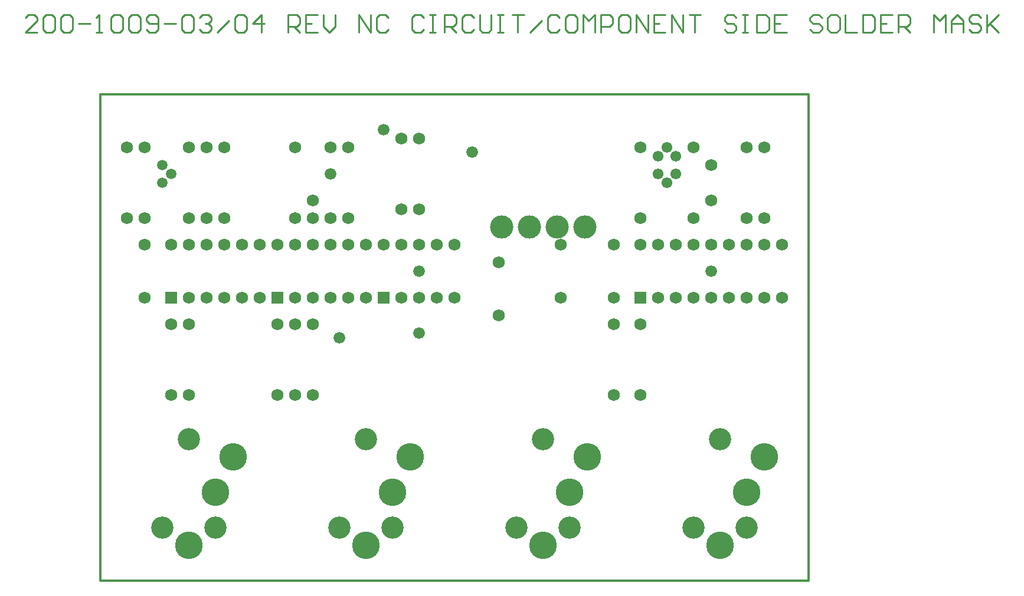
<source format=gbs>
*%FSLAX23Y23*%
*%MOIN*%
G01*
%ADD11C,0.007*%
%ADD12C,0.008*%
%ADD13C,0.010*%
%ADD14C,0.012*%
%ADD15C,0.020*%
%ADD16C,0.032*%
%ADD17C,0.036*%
%ADD18C,0.050*%
%ADD19C,0.052*%
%ADD20C,0.055*%
%ADD21C,0.056*%
%ADD22C,0.059*%
%ADD23C,0.060*%
%ADD24C,0.061*%
%ADD25C,0.062*%
%ADD26C,0.066*%
%ADD27C,0.068*%
%ADD28C,0.070*%
%ADD29C,0.080*%
%ADD30C,0.090*%
%ADD31C,0.095*%
%ADD32C,0.115*%
%ADD33C,0.120*%
%ADD34C,0.125*%
%ADD35C,0.126*%
%ADD36C,0.131*%
%ADD37C,0.150*%
%ADD38C,0.156*%
%ADD39R,0.062X0.062*%
%ADD40R,0.068X0.068*%
D13*
X7251Y9627D02*
X7318D01*
X7251D02*
X7318Y9694D01*
Y9710D01*
X7301Y9727D01*
X7268D01*
X7251Y9710D01*
X7351D02*
X7368Y9727D01*
X7401D01*
X7418Y9710D01*
Y9644D01*
X7401Y9627D01*
X7368D01*
X7351Y9644D01*
Y9710D01*
X7451D02*
X7468Y9727D01*
X7501D01*
X7518Y9710D01*
Y9644D01*
X7501Y9627D01*
X7468D01*
X7451Y9644D01*
Y9710D01*
X7551Y9677D02*
X7618D01*
X7651Y9627D02*
X7684D01*
X7668D01*
Y9727D01*
X7669D01*
X7668D02*
X7651Y9710D01*
X7734D02*
X7751Y9727D01*
X7784D01*
X7801Y9710D01*
Y9644D01*
X7784Y9627D01*
X7751D01*
X7734Y9644D01*
Y9710D01*
X7834D02*
X7851Y9727D01*
X7884D01*
X7901Y9710D01*
Y9644D01*
X7884Y9627D01*
X7851D01*
X7834Y9644D01*
Y9710D01*
X7934Y9644D02*
X7951Y9627D01*
X7984D01*
X8001Y9644D01*
Y9710D01*
X7984Y9727D01*
X7951D01*
X7934Y9710D01*
Y9694D01*
X7951Y9677D01*
X8001D01*
X8034D02*
X8101D01*
X8134Y9710D02*
X8151Y9727D01*
X8184D01*
X8201Y9710D01*
Y9644D01*
X8184Y9627D01*
X8151D01*
X8134Y9644D01*
Y9710D01*
X8234D02*
X8251Y9727D01*
X8284D01*
X8301Y9710D01*
Y9694D01*
X8302D01*
X8301D02*
X8302D01*
X8301D02*
X8302D01*
X8301D02*
X8284Y9677D01*
X8267D01*
X8284D01*
X8301Y9660D01*
Y9644D01*
X8284Y9627D01*
X8251D01*
X8234Y9644D01*
X8334Y9627D02*
X8401Y9694D01*
X8434Y9710D02*
X8451Y9727D01*
X8484D01*
X8501Y9710D01*
Y9644D01*
X8484Y9627D01*
X8451D01*
X8434Y9644D01*
Y9710D01*
X8584Y9727D02*
Y9627D01*
X8534Y9677D02*
X8584Y9727D01*
X8601Y9677D02*
X8534D01*
X8734Y9627D02*
Y9727D01*
X8784D01*
X8800Y9710D01*
Y9677D01*
X8784Y9660D01*
X8734D01*
X8767D02*
X8800Y9627D01*
X8834Y9727D02*
X8900D01*
X8834D02*
Y9627D01*
X8900D01*
X8867Y9677D02*
X8834D01*
X8934Y9660D02*
Y9727D01*
Y9660D02*
X8967Y9627D01*
X9000Y9660D01*
Y9727D01*
X9134D02*
Y9627D01*
X9200D02*
X9134Y9727D01*
X9200D02*
Y9627D01*
X9300Y9710D02*
X9284Y9727D01*
X9250D01*
X9234Y9710D01*
Y9644D01*
X9250Y9627D01*
X9284D01*
X9300Y9644D01*
X9484Y9727D02*
X9500Y9710D01*
X9484Y9727D02*
X9450D01*
X9434Y9710D01*
Y9644D01*
X9450Y9627D01*
X9484D01*
X9500Y9644D01*
X9534Y9727D02*
X9567D01*
X9550D01*
Y9627D01*
X9534D01*
X9567D01*
X9617D02*
Y9727D01*
X9667D01*
X9684Y9710D01*
Y9677D01*
X9667Y9660D01*
X9617D01*
X9650D02*
X9684Y9627D01*
X9784Y9710D02*
X9767Y9727D01*
X9734D01*
X9717Y9710D01*
Y9644D01*
X9734Y9627D01*
X9767D01*
X9784Y9644D01*
X9817D02*
Y9727D01*
Y9644D02*
X9833Y9627D01*
X9867D01*
X9883Y9644D01*
Y9727D01*
X9917D02*
X9950D01*
X9933D01*
Y9627D01*
X9917D01*
X9950D01*
X10000Y9727D02*
X10067D01*
X10033D01*
Y9627D01*
X10100D02*
X10167Y9694D01*
X10250Y9727D02*
X10267Y9710D01*
X10250Y9727D02*
X10217D01*
X10200Y9710D01*
Y9644D01*
X10217Y9627D01*
X10250D01*
X10267Y9644D01*
X10317Y9727D02*
X10350D01*
X10317D02*
X10300Y9710D01*
Y9644D01*
X10317Y9627D01*
X10350D01*
X10367Y9644D01*
Y9710D01*
X10350Y9727D01*
X10400D02*
Y9627D01*
X10433Y9694D02*
X10400Y9727D01*
X10433Y9694D02*
X10467Y9727D01*
Y9627D01*
X10500D02*
Y9727D01*
X10550D01*
X10567Y9710D01*
Y9677D01*
X10550Y9660D01*
X10500D01*
X10617Y9727D02*
X10650D01*
X10617D02*
X10600Y9710D01*
Y9644D01*
X10617Y9627D01*
X10650D01*
X10667Y9644D01*
Y9710D01*
X10650Y9727D01*
X10700D02*
Y9627D01*
X10767D02*
X10700Y9727D01*
X10767D02*
Y9627D01*
X10800Y9727D02*
X10866D01*
X10800D02*
Y9627D01*
X10866D01*
X10833Y9677D02*
X10800D01*
X10900Y9627D02*
Y9727D01*
X10966Y9627D01*
Y9727D01*
X11000D02*
X11066D01*
X11033D01*
Y9627D01*
X11250Y9727D02*
X11266Y9710D01*
X11250Y9727D02*
X11216D01*
X11200Y9710D01*
Y9694D01*
X11216Y9677D01*
X11250D01*
X11266Y9660D01*
Y9644D01*
X11250Y9627D01*
X11216D01*
X11200Y9644D01*
X11300Y9727D02*
X11333D01*
X11316D01*
Y9627D01*
X11300D01*
X11333D01*
X11383D02*
Y9727D01*
Y9627D02*
X11433D01*
X11450Y9644D01*
Y9710D01*
X11433Y9727D01*
X11383D01*
X11483D02*
X11550D01*
X11483D02*
Y9627D01*
X11550D01*
X11516Y9677D02*
X11483D01*
X11733Y9727D02*
X11750Y9710D01*
X11733Y9727D02*
X11700D01*
X11683Y9710D01*
Y9694D01*
X11700Y9677D01*
X11733D01*
X11750Y9660D01*
Y9644D01*
X11733Y9627D01*
X11700D01*
X11683Y9644D01*
X11800Y9727D02*
X11833D01*
X11800D02*
X11783Y9710D01*
Y9644D01*
X11800Y9627D01*
X11833D01*
X11850Y9644D01*
Y9710D01*
X11833Y9727D01*
X11883D02*
Y9627D01*
X11949D01*
X11983D02*
Y9727D01*
Y9627D02*
X12033D01*
X12049Y9644D01*
Y9710D01*
X12033Y9727D01*
X11983D01*
X12083D02*
X12149D01*
X12083D02*
Y9627D01*
X12149D01*
X12116Y9677D02*
X12083D01*
X12183Y9627D02*
Y9727D01*
X12233D01*
X12249Y9710D01*
Y9677D01*
X12233Y9660D01*
X12183D01*
X12216D02*
X12249Y9627D01*
X12383D02*
Y9727D01*
X12416Y9694D01*
X12449Y9727D01*
Y9627D01*
X12483D02*
Y9694D01*
X12516Y9727D01*
X12549Y9694D01*
Y9627D01*
Y9677D01*
X12483D01*
X12633Y9727D02*
X12649Y9710D01*
X12633Y9727D02*
X12599D01*
X12583Y9710D01*
Y9694D01*
X12599Y9677D01*
X12633D01*
X12649Y9660D01*
Y9644D01*
X12633Y9627D01*
X12599D01*
X12583Y9644D01*
X12683Y9627D02*
Y9727D01*
Y9660D02*
Y9627D01*
Y9660D02*
X12749Y9727D01*
X12699Y9677D01*
X12749Y9627D01*
D14*
X11676Y9277D02*
X7676D01*
Y6527D02*
X11676D01*
Y9277D01*
X7676D02*
Y6527D01*
D22*
X8026Y8777D02*
D03*
X8076Y8827D02*
D03*
X8026Y8877D02*
D03*
D24*
X10876Y8977D02*
D03*
X10826Y8927D02*
D03*
X10926D02*
D03*
X10876Y8777D02*
D03*
X10926Y8827D02*
D03*
X10826D02*
D03*
D26*
X11126Y8277D02*
D03*
X9776Y8952D02*
D03*
X9476Y8277D02*
D03*
Y7927D02*
D03*
X9276Y9077D02*
D03*
X9026Y7902D02*
D03*
X8976Y8827D02*
D03*
D27*
X11426Y8977D02*
D03*
Y8577D02*
D03*
X11526Y8427D02*
D03*
Y8127D02*
D03*
X11026Y8977D02*
D03*
Y8577D02*
D03*
X11126Y8677D02*
D03*
Y8877D02*
D03*
X11326Y8977D02*
D03*
Y8577D02*
D03*
X10576Y7977D02*
D03*
Y7577D02*
D03*
X11026Y8127D02*
D03*
X10926D02*
D03*
X10726Y8427D02*
D03*
X10826D02*
D03*
X10926D02*
D03*
X11026D02*
D03*
X11126D02*
D03*
X11226D02*
D03*
X11326D02*
D03*
X11426D02*
D03*
Y8127D02*
D03*
X11326D02*
D03*
X11226D02*
D03*
X11126D02*
D03*
X10826D02*
D03*
X10726Y8577D02*
D03*
Y8977D02*
D03*
Y7977D02*
D03*
Y7577D02*
D03*
X9926Y8027D02*
D03*
Y8327D02*
D03*
X10276Y8427D02*
D03*
Y8127D02*
D03*
X10576D02*
D03*
Y8427D02*
D03*
X8776Y8977D02*
D03*
Y8577D02*
D03*
X8276Y8977D02*
D03*
Y8577D02*
D03*
X8476Y8427D02*
D03*
Y8127D02*
D03*
X9076Y8427D02*
D03*
Y8127D02*
D03*
X8376Y8577D02*
D03*
Y8977D02*
D03*
X8976Y8577D02*
D03*
Y8977D02*
D03*
X8876Y8577D02*
D03*
Y8677D02*
D03*
X8776Y8127D02*
D03*
X8676Y8427D02*
D03*
X8776D02*
D03*
X8876D02*
D03*
X8976D02*
D03*
Y8127D02*
D03*
X8876D02*
D03*
X8576D02*
D03*
Y8427D02*
D03*
X8776Y7577D02*
D03*
Y7977D02*
D03*
X8676Y7577D02*
D03*
Y7977D02*
D03*
X8876Y7577D02*
D03*
Y7977D02*
D03*
X9076Y8577D02*
D03*
Y8977D02*
D03*
X9176Y8127D02*
D03*
Y8427D02*
D03*
X9376Y8127D02*
D03*
X9276Y8427D02*
D03*
X9376D02*
D03*
X9476D02*
D03*
X9576D02*
D03*
Y8127D02*
D03*
X9476D02*
D03*
X9676Y8427D02*
D03*
Y8127D02*
D03*
X9376Y8627D02*
D03*
Y9027D02*
D03*
X9476Y8627D02*
D03*
Y9027D02*
D03*
X7926Y8977D02*
D03*
Y8577D02*
D03*
X8176Y8977D02*
D03*
Y8577D02*
D03*
X7826D02*
D03*
Y8977D02*
D03*
X8176Y8127D02*
D03*
X8076Y8427D02*
D03*
X8176D02*
D03*
X8276D02*
D03*
X8376D02*
D03*
Y8127D02*
D03*
X8276D02*
D03*
X7926D02*
D03*
Y8427D02*
D03*
X8076Y7577D02*
D03*
Y7977D02*
D03*
X8176D02*
D03*
Y7577D02*
D03*
D35*
X10176Y7327D02*
D03*
X10326Y6827D02*
D03*
X10026D02*
D03*
X11176Y7327D02*
D03*
X11326Y6827D02*
D03*
X11026D02*
D03*
X9176Y7327D02*
D03*
X9326Y6827D02*
D03*
X9026D02*
D03*
X8176Y7327D02*
D03*
X8326Y6827D02*
D03*
X8026D02*
D03*
D36*
X10254Y8527D02*
D03*
X9942D02*
D03*
X10410D02*
D03*
X10098D02*
D03*
D38*
X10176Y6727D02*
D03*
X10326Y7027D02*
D03*
X10426Y7227D02*
D03*
X11176Y6727D02*
D03*
X11326Y7027D02*
D03*
X11426Y7227D02*
D03*
X9176Y6727D02*
D03*
X9326Y7027D02*
D03*
X9426Y7227D02*
D03*
X8176Y6727D02*
D03*
X8326Y7027D02*
D03*
X8426Y7227D02*
D03*
D40*
X10726Y8127D02*
D03*
X8676D02*
D03*
X9276D02*
D03*
X8076D02*
D03*
M02*

</source>
